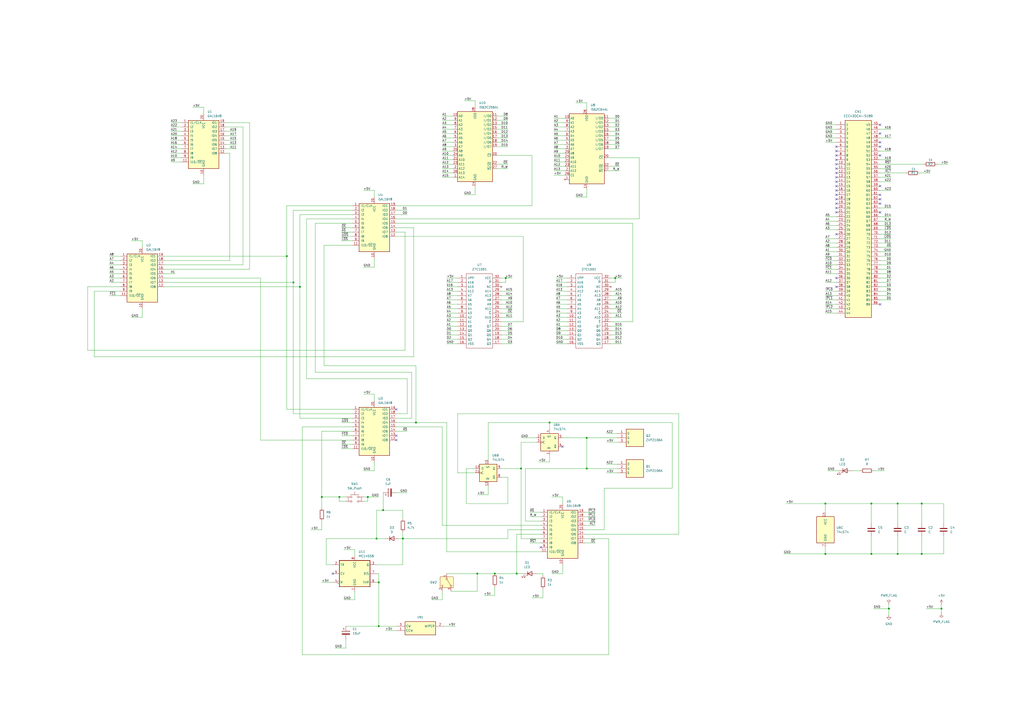
<source format=kicad_sch>
(kicad_sch (version 20231120) (generator "eeschema") (generator_version "8.0")
  (paper "A2")
  (title_block (title "Action Replay III remake") (date "2024-07-11") (comment 1 "By na103"))
  (junction (at 515.62 353.06))
  (junction (at 520.7 321.31))
  (junction (at 299.72 332.74))
  (junction (at 218.44 312.42))
  (junction (at 222.25 295.91))
  (junction (at 186.69 288.29))
  (junction (at 233.68 312.42))
  (junction (at 318.77 245.11))
  (junction (at 302.26 271.78))
  (junction (at 478.79 292.1))
  (junction (at 241.3 245.11))
  (junction (at 534.67 321.31))
  (junction (at 170.18 163.83))
  (junction (at 219.71 363.22))
  (junction (at 546.1 353.06))
  (junction (at 287.02 332.74))
  (junction (at 505.46 321.31))
  (junction (at 505.46 292.1))
  (junction (at 173.99 166.37))
  (junction (at 534.67 292.1))
  (junction (at 478.79 321.31))
  (junction (at 219.71 337.82))
  (junction (at 276.86 332.74))
  (junction (at 293.37 161.29))
  (junction (at 196.85 288.29))
  (junction (at 520.7 292.1))
  (junction (at 340.36 254))
  (junction (at 213.36 288.29))
  (junction (at 356.87 161.29))
  (junction (at 340.36 271.78))
  (junction (at 166.37 148.59))
  (no_connect (at 510.54 90.17))
  (no_connect (at 510.54 82.55))
  (no_connect (at 510.54 115.57))
  (no_connect (at 229.87 252.73))
  (no_connect (at 485.14 113.03))
  (no_connect (at 485.14 135.89))
  (no_connect (at 485.14 105.41))
  (no_connect (at 229.87 237.49))
  (no_connect (at 485.14 92.71))
  (no_connect (at 313.69 317.5))
  (no_connect (at 510.54 118.11))
  (no_connect (at 485.14 118.11))
  (no_connect (at 485.14 123.19))
  (no_connect (at 485.14 102.87))
  (no_connect (at 510.54 176.53))
  (no_connect (at 485.14 87.63))
  (no_connect (at 193.04 332.74))
  (no_connect (at 485.14 107.95))
  (no_connect (at 485.14 166.37))
  (no_connect (at 510.54 107.95))
  (no_connect (at 510.54 77.47))
  (no_connect (at 326.39 259.08))
  (no_connect (at 485.14 161.29))
  (no_connect (at 485.14 95.25))
  (no_connect (at 485.14 85.09))
  (no_connect (at 485.14 100.33))
  (no_connect (at 510.54 72.39))
  (no_connect (at 229.87 255.27))
  (no_connect (at 510.54 85.09))
  (no_connect (at 510.54 113.03))
  (no_connect (at 510.54 123.19))
  (no_connect (at 485.14 90.17))
  (no_connect (at 485.14 115.57))
  (no_connect (at 485.14 97.79))
  (no_connect (at 485.14 110.49))
  (no_connect (at 485.14 120.65))
  (wire (pts (xy 308.61 90.17) (xy 288.29 90.17)))
  (wire (pts (xy 198.12 257.81) (xy 204.47 257.81)))
  (wire (pts (xy 478.79 171.45) (xy 485.14 171.45)))
  (wire (pts (xy 198.12 134.62) (xy 204.47 134.62)))
  (wire (pts (xy 133.35 151.13) (xy 133.35 88.9)))
  (wire (pts (xy 218.44 312.42) (xy 223.52 312.42)))
  (wire (pts (xy 534.67 311.15) (xy 534.67 321.31)))
  (wire (pts (xy 478.79 148.59) (xy 485.14 148.59)))
  (wire (pts (xy 478.79 143.51) (xy 485.14 143.51)))
  (wire (pts (xy 95.25 153.67) (xy 140.97 153.67)))
  (wire (pts (xy 321.31 81.28) (xy 327.66 81.28)))
  (wire (pts (xy 259.08 189.23) (xy 265.43 189.23)))
  (wire (pts (xy 350.52 307.34) (xy 350.52 283.21)))
  (wire (pts (xy 326.39 288.29) (xy 326.39 292.1)))
  (wire (pts (xy 99.06 83.82) (xy 105.41 83.82)))
  (wire (pts (xy 294.64 307.34) (xy 294.64 312.42)))
  (wire (pts (xy 294.64 85.09) (xy 288.29 85.09)))
  (wire (pts (xy 217.17 267.97) (xy 217.17 273.05)))
  (wire (pts (xy 478.79 321.31) (xy 505.46 321.31)))
  (wire (pts (xy 345.44 314.96) (xy 339.09 314.96)))
  (wire (pts (xy 111.76 106.68) (xy 118.11 106.68)))
  (wire (pts (xy 516.89 143.51) (xy 510.54 143.51)))
  (wire (pts (xy 259.08 332.74) (xy 276.86 332.74)))
  (wire (pts (xy 297.18 173.99) (xy 290.83 173.99)))
  (wire (pts (xy 95.25 151.13) (xy 133.35 151.13)))
  (wire (pts (xy 520.7 292.1) (xy 520.7 303.53)))
  (wire (pts (xy 539.75 100.33) (xy 533.4 100.33)))
  (wire (pts (xy 297.18 176.53) (xy 290.83 176.53)))
  (wire (pts (xy 265.43 274.32) (xy 275.59 274.32)))
  (wire (pts (xy 294.64 77.47) (xy 288.29 77.47)))
  (wire (pts (xy 173.99 166.37) (xy 173.99 242.57)))
  (wire (pts (xy 322.58 189.23) (xy 328.93 189.23)))
  (wire (pts (xy 534.67 292.1) (xy 534.67 303.53)))
  (wire (pts (xy 318.77 245.11) (xy 318.77 248.92)))
  (wire (pts (xy 213.36 288.29) (xy 213.36 290.83)))
  (wire (pts (xy 454.66 321.31) (xy 478.79 321.31)))
  (wire (pts (xy 259.08 196.85) (xy 265.43 196.85)))
  (wire (pts (xy 546.1 350.52) (xy 546.1 353.06)))
  (wire (pts (xy 478.79 179.07) (xy 485.14 179.07)))
  (wire (pts (xy 198.12 137.16) (xy 204.47 137.16)))
  (wire (pts (xy 236.22 250.19) (xy 229.87 250.19)))
  (wire (pts (xy 99.06 76.2) (xy 105.41 76.2)))
  (wire (pts (xy 370.84 127) (xy 370.84 91.44)))
  (wire (pts (xy 196.85 290.83) (xy 200.66 290.83)))
  (wire (pts (xy 516.89 125.73) (xy 510.54 125.73)))
  (wire (pts (xy 350.52 283.21) (xy 389.89 283.21)))
  (wire (pts (xy 294.64 67.31) (xy 288.29 67.31)))
  (wire (pts (xy 210.82 228.6) (xy 217.17 228.6)))
  (wire (pts (xy 101.6 158.75) (xy 95.25 158.75)))
  (wire (pts (xy 229.87 132.08) (xy 240.03 132.08)))
  (wire (pts (xy 297.18 168.91) (xy 290.83 168.91)))
  (wire (pts (xy 256.54 85.09) (xy 262.89 85.09)))
  (wire (pts (xy 259.08 176.53) (xy 265.43 176.53)))
  (wire (pts (xy 259.08 184.15) (xy 265.43 184.15)))
  (wire (pts (xy 345.44 297.18) (xy 339.09 297.18)))
  (wire (pts (xy 516.89 148.59) (xy 510.54 148.59)))
  (wire (pts (xy 50.8 203.2) (xy 50.8 166.37)))
  (wire (pts (xy 95.25 161.29) (xy 151.13 161.29)))
  (wire (pts (xy 259.08 245.11) (xy 241.3 245.11)))
  (wire (pts (xy 205.74 318.77) (xy 205.74 322.58)))
  (wire (pts (xy 256.54 82.55) (xy 262.89 82.55)))
  (wire (pts (xy 313.69 312.42) (xy 302.26 312.42)))
  (wire (pts (xy 210.82 154.94) (xy 217.17 154.94)))
  (wire (pts (xy 63.5 161.29) (xy 69.85 161.29)))
  (wire (pts (xy 516.89 140.97) (xy 510.54 140.97)))
  (wire (pts (xy 259.08 191.77) (xy 265.43 191.77)))
  (wire (pts (xy 297.18 181.61) (xy 290.83 181.61)))
  (wire (pts (xy 213.36 288.29) (xy 219.71 288.29)))
  (wire (pts (xy 236.22 124.46) (xy 229.87 124.46)))
  (wire (pts (xy 256.54 102.87) (xy 262.89 102.87)))
  (wire (pts (xy 360.68 189.23) (xy 354.33 189.23)))
  (wire (pts (xy 259.08 161.29) (xy 265.43 161.29)))
  (wire (pts (xy 294.64 95.25) (xy 288.29 95.25)))
  (wire (pts (xy 516.89 135.89) (xy 510.54 135.89)))
  (wire (pts (xy 513.08 273.05) (xy 506.73 273.05)))
  (wire (pts (xy 241.3 212.09) (xy 187.96 212.09)))
  (wire (pts (xy 478.79 156.21) (xy 485.14 156.21)))
  (wire (pts (xy 137.16 83.82) (xy 130.81 83.82)))
  (wire (pts (xy 177.8 219.71) (xy 236.22 219.71)))
  (wire (pts (xy 478.79 77.47) (xy 485.14 77.47)))
  (wire (pts (xy 187.96 212.09) (xy 187.96 142.24)))
  (wire (pts (xy 99.06 81.28) (xy 105.41 81.28)))
  (wire (pts (xy 478.79 151.13) (xy 485.14 151.13)))
  (wire (pts (xy 478.79 292.1) (xy 478.79 297.18)))
  (wire (pts (xy 478.79 140.97) (xy 485.14 140.97)))
  (wire (pts (xy 516.89 146.05) (xy 510.54 146.05)))
  (wire (pts (xy 256.54 100.33) (xy 262.89 100.33)))
  (wire (pts (xy 256.54 87.63) (xy 262.89 87.63)))
  (wire (pts (xy 256.54 69.85) (xy 262.89 69.85)))
  (wire (pts (xy 308.61 119.38) (xy 308.61 90.17)))
  (wire (pts (xy 393.7 309.88) (xy 393.7 240.03)))
  (wire (pts (xy 353.06 379.73) (xy 175.26 379.73)))
  (wire (pts (xy 314.96 334.01) (xy 314.96 332.74)))
  (wire (pts (xy 217.17 110.49) (xy 217.17 114.3)))
  (wire (pts (xy 314.96 332.74) (xy 311.15 332.74)))
  (wire (pts (xy 515.62 353.06) (xy 515.62 356.87)))
  (wire (pts (xy 302.26 256.54) (xy 311.15 256.54)))
  (wire (pts (xy 297.18 194.31) (xy 290.83 194.31)))
  (wire (pts (xy 516.89 173.99) (xy 510.54 173.99)))
  (wire (pts (xy 505.46 321.31) (xy 505.46 311.15)))
  (wire (pts (xy 222.25 285.75) (xy 222.25 295.91)))
  (wire (pts (xy 95.25 166.37) (xy 173.99 166.37)))
  (wire (pts (xy 297.18 191.77) (xy 290.83 191.77)))
  (wire (pts (xy 322.58 179.07) (xy 328.93 179.07)))
  (wire (pts (xy 236.22 285.75) (xy 229.87 285.75)))
  (wire (pts (xy 99.06 91.44) (xy 105.41 91.44)))
  (wire (pts (xy 510.54 95.25) (xy 535.94 95.25)))
  (wire (pts (xy 210.82 110.49) (xy 217.17 110.49)))
  (wire (pts (xy 200.66 363.22) (xy 219.71 363.22)))
  (wire (pts (xy 546.1 353.06) (xy 546.1 355.6)))
  (wire (pts (xy 240.03 132.08) (xy 240.03 207.01)))
  (wire (pts (xy 233.68 308.61) (xy 233.68 312.42)))
  (wire (pts (xy 351.79 269.24) (xy 358.14 269.24)))
  (wire (pts (xy 63.5 153.67) (xy 69.85 153.67)))
  (wire (pts (xy 389.89 245.11) (xy 318.77 245.11)))
  (wire (pts (xy 198.12 252.73) (xy 204.47 252.73)))
  (wire (pts (xy 478.79 82.55) (xy 485.14 82.55)))
  (wire (pts (xy 287.02 332.74) (xy 276.86 332.74)))
  (wire (pts (xy 287.02 340.36) (xy 287.02 345.44)))
  (wire (pts (xy 321.31 93.98) (xy 327.66 93.98)))
  (wire (pts (xy 321.31 96.52) (xy 327.66 96.52)))
  (wire (pts (xy 322.58 191.77) (xy 328.93 191.77)))
  (wire (pts (xy 118.11 62.23) (xy 118.11 66.04)))
  (wire (pts (xy 218.44 327.66) (xy 233.68 327.66)))
  (wire (pts (xy 229.87 137.16) (xy 303.53 137.16)))
  (wire (pts (xy 210.82 273.05) (xy 217.17 273.05)))
  (wire (pts (xy 321.31 91.44) (xy 327.66 91.44)))
  (wire (pts (xy 360.68 179.07) (xy 354.33 179.07)))
  (wire (pts (xy 261.62 342.9) (xy 276.86 342.9)))
  (wire (pts (xy 360.68 181.61) (xy 354.33 181.61)))
  (wire (pts (xy 302.26 312.42) (xy 302.26 271.78)))
  (wire (pts (xy 356.87 161.29) (xy 354.33 161.29)))
  (wire (pts (xy 259.08 186.69) (xy 265.43 186.69)))
  (wire (pts (xy 516.89 110.49) (xy 510.54 110.49)))
  (wire (pts (xy 297.18 179.07) (xy 290.83 179.07)))
  (wire (pts (xy 182.88 215.9) (xy 238.76 215.9)))
  (wire (pts (xy 505.46 321.31) (xy 520.7 321.31)))
  (wire (pts (xy 238.76 242.57) (xy 229.87 242.57)))
  (wire (pts (xy 339.09 307.34) (xy 350.52 307.34)))
  (wire (pts (xy 219.71 363.22) (xy 229.87 363.22)))
  (wire (pts (xy 478.79 74.93) (xy 485.14 74.93)))
  (wire (pts (xy 186.69 250.19) (xy 186.69 288.29)))
  (wire (pts (xy 259.08 181.61) (xy 265.43 181.61)))
  (wire (pts (xy 95.25 156.21) (xy 144.78 156.21)))
  (wire (pts (xy 290.83 276.86) (xy 294.64 276.86)))
  (wire (pts (xy 270.51 271.78) (xy 275.59 271.78)))
  (wire (pts (xy 275.59 107.95) (xy 275.59 113.03)))
  (wire (pts (xy 322.58 173.99) (xy 328.93 173.99)))
  (wire (pts (xy 275.59 58.42) (xy 275.59 62.23)))
  (wire (pts (xy 478.79 158.75) (xy 485.14 158.75)))
  (wire (pts (xy 218.44 312.42) (xy 189.23 312.42)))
  (wire (pts (xy 345.44 302.26) (xy 339.09 302.26)))
  (wire (pts (xy 516.89 102.87) (xy 510.54 102.87)))
  (wire (pts (xy 54.61 168.91) (xy 69.85 168.91)))
  (wire (pts (xy 534.67 321.31) (xy 520.7 321.31)))
  (wire (pts (xy 322.58 171.45) (xy 328.93 171.45)))
  (wire (pts (xy 151.13 255.27) (xy 204.47 255.27)))
  (wire (pts (xy 177.8 127) (xy 177.8 219.71)))
  (wire (pts (xy 302.26 271.78) (xy 302.26 256.54)))
  (wire (pts (xy 516.89 105.41) (xy 510.54 105.41)))
  (wire (pts (xy 82.55 179.07) (xy 82.55 184.15)))
  (wire (pts (xy 478.79 133.35) (xy 485.14 133.35)))
  (wire (pts (xy 360.68 194.31) (xy 354.33 194.31)))
  (wire (pts (xy 367.03 186.69) (xy 354.33 186.69)))
  (wire (pts (xy 307.34 299.72) (xy 313.69 299.72)))
  (wire (pts (xy 99.06 86.36) (xy 105.41 86.36)))
  (wire (pts (xy 63.5 148.59) (xy 69.85 148.59)))
  (wire (pts (xy 334.01 59.69) (xy 340.36 59.69)))
  (wire (pts (xy 264.16 363.22) (xy 257.81 363.22)))
  (wire (pts (xy 205.74 342.9) (xy 205.74 347.98)))
  (wire (pts (xy 294.64 82.55) (xy 288.29 82.55)))
  (wire (pts (xy 204.47 121.92) (xy 170.18 121.92)))
  (wire (pts (xy 229.87 247.65) (xy 256.54 247.65)))
  (wire (pts (xy 478.79 163.83) (xy 485.14 163.83)))
  (wire (pts (xy 217.17 149.86) (xy 217.17 154.94)))
  (wire (pts (xy 516.89 80.01) (xy 510.54 80.01)))
  (wire (pts (xy 549.91 95.25) (xy 543.56 95.25)))
  (wire (pts (xy 302.26 254) (xy 311.15 254)))
  (wire (pts (xy 137.16 86.36) (xy 130.81 86.36)))
  (wire (pts (xy 360.68 184.15) (xy 354.33 184.15)))
  (wire (pts (xy 218.44 337.82) (xy 219.71 337.82)))
  (wire (pts (xy 303.53 186.69) (xy 290.83 186.69)))
  (wire (pts (xy 76.2 139.7) (xy 82.55 139.7)))
  (wire (pts (xy 213.36 288.29) (xy 210.82 288.29)))
  (wire (pts (xy 360.68 176.53) (xy 354.33 176.53)))
  (wire (pts (xy 322.58 199.39) (xy 328.93 199.39)))
  (wire (pts (xy 313.69 307.34) (xy 294.64 307.34)))
  (wire (pts (xy 359.41 81.28) (xy 353.06 81.28)))
  (wire (pts (xy 340.36 109.22) (xy 340.36 114.3)))
  (wire (pts (xy 359.41 83.82) (xy 353.06 83.82)))
  (wire (pts (xy 478.79 72.39) (xy 485.14 72.39)))
  (wire (pts (xy 173.99 242.57) (xy 204.47 242.57)))
  (wire (pts (xy 534.67 292.1) (xy 547.37 292.1)))
  (wire (pts (xy 82.55 139.7) (xy 82.55 143.51)))
  (wire (pts (xy 170.18 163.83) (xy 170.18 240.03)))
  (wire (pts (xy 294.64 69.85) (xy 288.29 69.85)))
  (wire (pts (xy 294.64 97.79) (xy 288.29 97.79)))
  (wire (pts (xy 151.13 161.29) (xy 151.13 255.27)))
  (wire (pts (xy 318.77 264.16) (xy 318.77 267.97)))
  (wire (pts (xy 137.16 76.2) (xy 130.81 76.2)))
  (wire (pts (xy 270.51 292.1) (xy 270.51 271.78)))
  (wire (pts (xy 480.06 273.05) (xy 486.41 273.05)))
  (wire (pts (xy 294.64 292.1) (xy 270.51 292.1)))
  (wire (pts (xy 256.54 304.8) (xy 313.69 304.8)))
  (wire (pts (xy 233.68 312.42) (xy 294.64 312.42)))
  (wire (pts (xy 198.12 132.08) (xy 204.47 132.08)))
  (wire (pts (xy 334.01 114.3) (xy 340.36 114.3)))
  (wire (pts (xy 506.73 353.06) (xy 515.62 353.06)))
  (wire (pts (xy 50.8 166.37) (xy 69.85 166.37)))
  (wire (pts (xy 516.89 158.75) (xy 510.54 158.75)))
  (wire (pts (xy 256.54 77.47) (xy 262.89 77.47)))
  (wire (pts (xy 297.18 189.23) (xy 290.83 189.23)))
  (wire (pts (xy 322.58 168.91) (xy 328.93 168.91)))
  (wire (pts (xy 256.54 90.17) (xy 262.89 90.17)))
  (wire (pts (xy 299.72 309.88) (xy 299.72 332.74)))
  (wire (pts (xy 516.89 153.67) (xy 510.54 153.67)))
  (wire (pts (xy 303.53 332.74) (xy 299.72 332.74)))
  (wire (pts (xy 356.87 163.83) (xy 356.87 161.29)))
  (wire (pts (xy 233.68 300.99) (xy 233.68 295.91)))
  (wire (pts (xy 322.58 176.53) (xy 328.93 176.53)))
  (wire (pts (xy 166.37 119.38) (xy 204.47 119.38)))
  (wire (pts (xy 297.18 184.15) (xy 290.83 184.15)))
  (wire (pts (xy 322.58 184.15) (xy 328.93 184.15)))
  (wire (pts (xy 198.12 260.35) (xy 204.47 260.35)))
  (wire (pts (xy 283.21 266.7) (xy 283.21 245.11)))
  (wire (pts (xy 389.89 283.21) (xy 389.89 245.11)))
  (wire (pts (xy 537.21 353.06) (xy 546.1 353.06)))
  (wire (pts (xy 137.16 78.74) (xy 130.81 78.74)))
  (wire (pts (xy 326.39 327.66) (xy 326.39 332.74)))
  (wire (pts (xy 494.03 273.05) (xy 499.11 273.05)))
  (wire (pts (xy 307.34 314.96) (xy 313.69 314.96)))
  (wire (pts (xy 322.58 186.69) (xy 328.93 186.69)))
  (wire (pts (xy 478.79 153.67) (xy 485.14 153.67)))
  (wire (pts (xy 345.44 304.8) (xy 339.09 304.8)))
  (wire (pts (xy 516.89 156.21) (xy 510.54 156.21)))
  (wire (pts (xy 478.79 181.61) (xy 485.14 181.61)))
  (wire (pts (xy 166.37 119.38) (xy 166.37 148.59)))
  (wire (pts (xy 359.41 78.74) (xy 353.06 78.74)))
  (wire (pts (xy 217.17 228.6) (xy 217.17 232.41)))
  (wire (pts (xy 312.42 267.97) (xy 318.77 267.97)))
  (wire (pts (xy 198.12 245.11) (xy 204.47 245.11)))
  (wire (pts (xy 238.76 215.9) (xy 238.76 242.57)))
  (wire (pts (xy 219.71 337.82) (xy 219.71 363.22)))
  (wire (pts (xy 293.37 161.29) (xy 290.83 161.29)))
  (wire (pts (xy 478.79 173.99) (xy 485.14 173.99)))
  (wire (pts (xy 166.37 148.59) (xy 166.37 237.49)))
  (wire (pts (xy 229.87 129.54) (xy 367.03 129.54)))
  (wire (pts (xy 218.44 295.91) (xy 218.44 312.42)))
  (wire (pts (xy 140.97 73.66) (xy 130.81 73.66)))
  (wire (pts (xy 339.09 312.42) (xy 353.06 312.42)))
  (wire (pts (xy 359.41 99.06) (xy 353.06 99.06)))
  (wire (pts (xy 322.58 166.37) (xy 328.93 166.37)))
  (wire (pts (xy 321.31 99.06) (xy 327.66 99.06)))
  (wire (pts (xy 63.5 171.45) (xy 69.85 171.45)))
  (wire (pts (xy 259.08 166.37) (xy 265.43 166.37)))
  (wire (pts (xy 256.54 72.39) (xy 262.89 72.39)))
  (wire (pts (xy 297.18 161.29) (xy 293.37 161.29)))
  (wire (pts (xy 175.26 247.65) (xy 204.47 247.65)))
  (wire (pts (xy 370.84 91.44) (xy 353.06 91.44)))
  (wire (pts (xy 99.06 93.98) (xy 105.41 93.98)))
  (wire (pts (xy 505.46 292.1) (xy 505.46 303.53)))
  (wire (pts (xy 256.54 74.93) (xy 262.89 74.93)))
  (wire (pts (xy 351.79 256.54) (xy 358.14 256.54)))
  (wire (pts (xy 199.39 318.77) (xy 205.74 318.77)))
  (wire (pts (xy 321.31 88.9) (xy 327.66 88.9)))
  (wire (pts (xy 322.58 163.83) (xy 328.93 163.83)))
  (wire (pts (xy 313.69 302.26) (xy 304.8 302.26)))
  (wire (pts (xy 269.24 58.42) (xy 275.59 58.42)))
  (wire (pts (xy 478.79 168.91) (xy 485.14 168.91)))
  (wire (pts (xy 547.37 321.31) (xy 534.67 321.31)))
  (wire (pts (xy 321.31 71.12) (xy 327.66 71.12)))
  (wire (pts (xy 95.25 163.83) (xy 170.18 163.83)))
  (wire (pts (xy 516.89 120.65) (xy 510.54 120.65)))
  (wire (pts (xy 133.35 88.9) (xy 130.81 88.9)))
  (wire (pts (xy 367.03 129.54) (xy 367.03 186.69)))
  (wire (pts (xy 111.76 62.23) (xy 118.11 62.23)))
  (wire (pts (xy 186.69 337.82) (xy 193.04 337.82)))
  (wire (pts (xy 516.89 128.27) (xy 510.54 128.27)))
  (wire (pts (xy 299.72 332.74) (xy 287.02 332.74)))
  (wire (pts (xy 186.69 288.29) (xy 196.85 288.29)))
  (wire (pts (xy 265.43 240.03) (xy 265.43 274.32)))
  (wire (pts (xy 240.03 207.01) (xy 54.61 207.01)))
  (wire (pts (xy 54.61 207.01) (xy 54.61 168.91)))
  (wire (pts (xy 204.47 127) (xy 177.8 127)))
  (wire (pts (xy 186.69 302.26) (xy 186.69 307.34)))
  (wire (pts (xy 99.06 71.12) (xy 105.41 71.12)))
  (wire (pts (xy 359.41 96.52) (xy 353.06 96.52)))
  (wire (pts (xy 118.11 101.6) (xy 118.11 106.68)))
  (wire (pts (xy 233.68 295.91) (xy 222.25 295.91)))
  (wire (pts (xy 182.88 129.54) (xy 182.88 215.9)))
  (wire (pts (xy 204.47 250.19) (xy 186.69 250.19)))
  (wire (pts (xy 198.12 139.7) (xy 204.47 139.7)))
  (wire (pts (xy 234.95 203.2) (xy 50.8 203.2)))
  (wire (pts (xy 259.08 171.45) (xy 265.43 171.45)))
  (wire (pts (xy 294.64 80.01) (xy 288.29 80.01)))
  (wire (pts (xy 166.37 237.49) (xy 204.47 237.49)))
  (wire (pts (xy 354.33 163.83) (xy 356.87 163.83)))
  (wire (pts (xy 516.89 168.91) (xy 510.54 168.91)))
  (wire (pts (xy 547.37 311.15) (xy 547.37 321.31)))
  (wire (pts (xy 455.93 292.1) (xy 478.79 292.1)))
  (wire (pts (xy 63.5 158.75) (xy 69.85 158.75)))
  (wire (pts (xy 340.36 271.78) (xy 340.36 254)))
  (wire (pts (xy 478.79 146.05) (xy 485.14 146.05)))
  (wire (pts (xy 516.89 133.35) (xy 510.54 133.35)))
  (wire (pts (xy 478.79 80.01) (xy 485.14 80.01)))
  (wire (pts (xy 144.78 71.12) (xy 130.81 71.12)))
  (wire (pts (xy 478.79 125.73) (xy 485.14 125.73)))
  (wire (pts (xy 478.79 138.43) (xy 485.14 138.43)))
  (wire (pts (xy 186.69 288.29) (xy 186.69 294.64)))
  (wire (pts (xy 196.85 288.29) (xy 200.66 288.29)))
  (wire (pts (xy 283.21 281.94) (xy 283.21 287.02)))
  (wire (pts (xy 516.89 97.79) (xy 510.54 97.79)))
  (wire (pts (xy 259.08 245.11) (xy 259.08 320.04)))
  (wire (pts (xy 256.54 247.65) (xy 256.54 304.8)))
  (wire (pts (xy 297.18 199.39) (xy 290.83 199.39)))
  (wire (pts (xy 236.22 121.92) (xy 229.87 121.92)))
  (wire (pts (xy 293.37 163.83) (xy 293.37 161.29)))
  (wire (pts (xy 229.87 119.38) (xy 308.61 119.38)))
  (wire (pts (xy 360.68 191.77) (xy 354.33 191.77)))
  (wire (pts (xy 516.89 171.45) (xy 510.54 171.45)))
  (wire (pts (xy 307.34 297.18) (xy 313.69 297.18)))
  (wire (pts (xy 520.7 321.31) (xy 520.7 311.15)))
  (wire (pts (xy 194.31 375.92) (xy 200.66 375.92)))
  (wire (pts (xy 520.7 292.1) (xy 534.67 292.1)))
  (wire (pts (xy 339.09 309.88) (xy 393.7 309.88)))
  (wire (pts (xy 204.47 129.54) (xy 182.88 129.54)))
  (wire (pts (xy 144.78 156.21) (xy 144.78 71.12)))
  (wire (pts (xy 229.87 245.11) (xy 241.3 245.11)))
  (wire (pts (xy 478.79 176.53) (xy 485.14 176.53)))
  (wire (pts (xy 256.54 67.31) (xy 262.89 67.31)))
  (wire (pts (xy 359.41 76.2) (xy 353.06 76.2)))
  (wire (pts (xy 360.68 171.45) (xy 354.33 171.45)))
  (wire (pts (xy 199.39 347.98) (xy 205.74 347.98)))
  (wire (pts (xy 196.85 288.29) (xy 196.85 290.83)))
  (wire (pts (xy 256.54 80.01) (xy 262.89 80.01)))
  (wire (pts (xy 189.23 312.42) (xy 189.23 327.66)))
  (wire (pts (xy 505.46 292.1) (xy 520.7 292.1)))
  (wire (pts (xy 393.7 240.03) (xy 265.43 240.03)))
  (wire (pts (xy 290.83 163.83) (xy 293.37 163.83)))
  (wire (pts (xy 259.08 168.91) (xy 265.43 168.91)))
  (wire (pts (xy 259.08 320.04) (xy 313.69 320.04)))
  (wire (pts (xy 351.79 274.32) (xy 358.14 274.32)))
  (wire (pts (xy 231.14 312.42) (xy 233.68 312.42)))
  (wire (pts (xy 313.69 309.88) (xy 299.72 309.88)))
  (wire (pts (xy 229.87 127) (xy 370.84 127)))
  (wire (pts (xy 259.08 163.83) (xy 265.43 163.83)))
  (wire (pts (xy 321.31 83.82) (xy 327.66 83.82)))
  (wire (pts (xy 297.18 196.85) (xy 290.83 196.85)))
  (wire (pts (xy 218.44 332.74) (xy 219.71 332.74)))
  (wire (pts (xy 360.68 199.39) (xy 354.33 199.39)))
  (wire (pts (xy 276.86 287.02) (xy 283.21 287.02)))
  (wire (pts (xy 189.23 327.66) (xy 193.04 327.66)))
  (wire (pts (xy 353.06 312.42) (xy 353.06 379.73)))
  (wire (pts (xy 175.26 379.73) (xy 175.26 247.65)))
  (wire (pts (xy 308.61 346.71) (xy 314.96 346.71)))
  (wire (pts (xy 304.8 302.26) (xy 304.8 271.78)))
  (wire (pts (xy 76.2 184.15) (xy 82.55 184.15)))
  (wire (pts (xy 283.21 245.11) (xy 318.77 245.11)))
  (wire (pts (xy 345.44 299.72) (xy 339.09 299.72)))
  (wire (pts (xy 322.58 181.61) (xy 328.93 181.61)))
  (wire (pts (xy 180.34 307.34) (xy 186.69 307.34)))
  (wire (pts (xy 187.96 142.24) (xy 204.47 142.24)))
  (wire (pts (xy 478.79 128.27) (xy 485.14 128.27)))
  (wire (pts (xy 222.25 295.91) (xy 218.44 295.91)))
  (wire (pts (xy 170.18 121.92) (xy 170.18 163.83)))
  (wire (pts (xy 516.89 138.43) (xy 510.54 138.43)))
  (wire (pts (xy 250.19 347.98) (xy 256.54 347.98)))
  (wire (pts (xy 294.64 72.39) (xy 288.29 72.39)))
  (wire (pts (xy 515.62 350.52) (xy 515.62 353.06)))
  (wire (pts (xy 340.36 59.69) (xy 340.36 63.5)))
  (wire (pts (xy 236.22 219.71) (xy 236.22 240.03)))
  (wire (pts (xy 236.22 240.03) (xy 229.87 240.03)))
  (wire (pts (xy 276.86 332.74) (xy 276.86 342.9)))
  (wire (pts (xy 63.5 163.83) (xy 69.85 163.83)))
  (wire (pts (xy 294.64 276.86) (xy 294.64 292.1)))
  (wire (pts (xy 360.68 196.85) (xy 354.33 196.85)))
  (wire (pts (xy 259.08 194.31) (xy 265.43 194.31)))
  (wire (pts (xy 173.99 124.46) (xy 173.99 166.37)))
  (wire (pts (xy 303.53 137.16) (xy 303.53 186.69)))
  (wire (pts (xy 297.18 171.45) (xy 290.83 171.45)))
  (wire (pts (xy 320.04 332.74) (xy 326.39 332.74)))
  (wire (pts (xy 259.08 179.07) (xy 265.43 179.07)))
  (wire (pts (xy 259.08 199.39) (xy 265.43 199.39)))
  (wire (pts (xy 269.24 113.03) (xy 275.59 113.03)))
  (wire (pts (xy 95.25 148.59) (xy 166.37 148.59)))
  (wire (pts (xy 340.36 271.78) (xy 358.14 271.78)))
  (wire (pts (xy 360.68 173.99) (xy 354.33 173.99)))
  (wire (pts (xy 360.68 168.91) (xy 354.33 168.91)))
  (wire (pts (xy 256.54 92.71) (xy 262.89 92.71)))
  (wire (pts (xy 478.79 292.1) (xy 505.46 292.1)))
  (wire (pts (xy 516.89 163.83) (xy 510.54 163.83)))
  (wire (pts (xy 290.83 271.78) (xy 302.26 271.78)))
  (wire (pts (xy 321.31 68.58) (xy 327.66 68.58)))
  (wire (pts (xy 516.89 166.37) (xy 510.54 166.37)))
  (wire (pts (xy 234.95 134.62) (xy 234.95 203.2)))
  (wire (pts (xy 99.06 78.74) (xy 105.41 78.74)))
  (wire (pts (xy 516.89 87.63) (xy 510.54 87.63)))
  (wire (pts (xy 137.16 81.28) (xy 130.81 81.28)))
  (wire (pts (xy 326.39 254) (xy 340.36 254)))
  (wire (pts (xy 359.41 68.58) (xy 353.06 68.58)))
  (wire (pts (xy 516.89 74.93) (xy 510.54 74.93)))
  (wire (pts (xy 478.79 321.31) (xy 478.79 317.5)))
  (wire (pts (xy 256.54 342.9) (xy 256.54 347.98)))
  (wire (pts (xy 223.52 365.76) (xy 229.87 365.76)))
  (wire (pts (xy 200.66 370.84) (xy 200.66 375.92)))
  (wire (pts (xy 229.87 134.62) (xy 234.95 134.62)))
  (wire (pts (xy 516.89 130.81) (xy 510.54 130.81)))
  (wire (pts (xy 510.54 100.33) (xy 525.78 100.33)))
  (wire (pts (xy 140.97 153.67) (xy 140.97 73.66)))
  (wire (pts (xy 359.41 71.12) (xy 353.06 71.12)))
  (wire (pts (xy 99.06 73.66) (xy 105.41 73.66)))
  (wire (pts (xy 280.67 345.44) (xy 287.02 345.44)))
  (wire (pts (xy 322.58 194.31) (xy 328.93 194.31)))
  (wire (pts (xy 304.8 271.78) (xy 340.36 271.78)))
  (wire (pts (xy 516.89 92.71) (xy 510.54 92.71)))
  (wire (pts (xy 322.58 196.85) (xy 328.93 196.85)))
  (wire (pts (xy 241.3 245.11) (xy 241.3 212.09)))
  (wire (pts (xy 99.06 88.9) (xy 105.41 88.9)))
  (wire (pts (xy 233.68 327.66) (xy 233.68 312.42)))
  (wire (pts (xy 314.96 341.63) (xy 314.96 346.71)))
  (wire (pts (xy 321.31 101.6) (xy 327.66 101.6)))
  (wire (pts (xy 340.36 254) (xy 358.14 254)))
  (wire (pts (xy 321.31 78.74) (xy 327.66 78.74)))
  (wire (pts (xy 321.31 73.66) (xy 327.66 73.66)))
  (wire (pts (xy 478.79 130.81) (xy 485.14 130.81)))
  (wire (pts (xy 321.31 76.2) (xy 327.66 76.2)))
  (wire (pts (xy 359.41 73.66) (xy 353.06 73.66)))
  (wire (pts (xy 516.89 161.29) (xy 510.54 161.29)))
  (wire (pts (xy 516.89 151.13) (xy 510.54 151.13)))
  (wire (pts (xy 294.64 74.93) (xy 288.29 74.93)))
  (wire (pts (xy 63.5 156.21) (xy 69.85 156.21)))
  (wire (pts (xy 204.47 124.46) (xy 173.99 124.46)))
  (wire (pts (xy 170.18 240.03) (xy 204.47 240.03)))
  (wire (pts (xy 547.37 292.1) (xy 547.37 303.53)))
  (wire (pts (xy 351.79 251.46) (xy 358.14 251.46)))
  (wire (pts (xy 219.71 332.74) (xy 219.71 337.82)))
  (wire (pts (xy 213.36 290.83) (xy 210.82 290.83)))
  (wire (pts (xy 360.68 161.29) (xy 356.87 161.29)))
  (wire (pts (xy 359.41 86.36) (xy 353.06 86.36)))
  (wire (pts (xy 322.58 161.29) (xy 328.93 161.29)))
  (wire (pts (xy 256.54 95.25) (xy 262.89 95.25)))
  (wire (pts (xy 256.54 97.79) (xy 262.89 97.79)))
  (wire (pts (xy 63.5 151.13) (xy 69.85 151.13)))
  (wire (pts (xy 259.08 173.99) (xy 265.43 173.99)))
  (wire (pts (xy 321.31 86.36) (xy 327.66 86.36)))
  (wire (pts (xy 320.04 288.29) (xy 326.39 288.29)))
  (label "A11" (at 256.54 92.71 0))
  (label "A13" (at 137.16 83.82 180))
  (label "D11" (at 516.89 140.97 180))
  (label "+5V" (at 111.76 62.23 0))
  (label "+5V" (at 180.34 307.34 0))
  (label "A15" (at 478.79 181.61 0))
  (label "A16" (at 322.58 166.37 0))
  (label "D2" (at 359.41 73.66 180))
  (label "+5V" (at 513.08 273.05 180))
  (label "A3" (at 321.31 73.66 0))
  (label "D12" (at 294.64 77.47 180))
  (label "A4" (at 322.58 181.61 0))
  (label "~{FC0}" (at 478.79 151.13 0))
  (label "D4" (at 516.89 171.45 180))
  (label "+5V" (at 210.82 228.6 0))
  (label "A14" (at 360.68 171.45 180))
  (label "D1" (at 359.41 71.12 180))
  (label "A6" (at 478.79 130.81 0))
  (label "D9" (at 516.89 153.67 180))
  (label "A13" (at 259.08 168.91 0))
  (label "~{IPL1}" (at 345.44 299.72 180))
  (label "A15" (at 256.54 102.87 0))
  (label "GND" (at 454.66 321.31 0))
  (label "D1" (at 236.22 121.92 180))
  (label "GND" (at 320.04 332.74 0))
  (label "~{IPL0}" (at 478.79 168.91 0))
  (label "+5V" (at 334.01 59.69 0))
  (label "~{UDS}" (at 516.89 138.43 180))
  (label "R_W" (at 359.41 99.06 180))
  (label "~{OE}" (at 294.64 95.25 180))
  (label "D7" (at 359.41 86.36 180))
  (label "A3" (at 478.79 133.35 0))
  (label "A10" (at 256.54 90.17 0))
  (label "A7" (at 256.54 82.55 0))
  (label "A2" (at 321.31 71.12 0))
  (label "GND" (at 194.31 375.92 0))
  (label "A13" (at 256.54 97.79 0))
  (label "D14" (at 516.89 125.73 180))
  (label "+5V" (at 280.67 345.44 0))
  (label "A22" (at 351.79 269.24 0))
  (label "A7" (at 478.79 138.43 0))
  (label "~{AS}" (at 236.22 250.19 180))
  (label "D2" (at 259.08 196.85 0))
  (label "D3" (at 359.41 76.2 180))
  (label "~{RST}" (at 516.89 95.25 180))
  (label "A20" (at 99.06 78.74 0))
  (label "A5" (at 478.79 125.73 0))
  (label "A18" (at 99.06 81.28 0))
  (label "A17" (at 322.58 163.83 0))
  (label "D0" (at 259.08 191.77 0))
  (label "A20" (at 516.89 97.79 180))
  (label "A8" (at 322.58 171.45 0))
  (label "A14" (at 256.54 100.33 0))
  (label "GND" (at 269.24 113.03 0))
  (label "A7" (at 322.58 173.99 0))
  (label "+5V" (at 321.31 101.6 0))
  (label "+5V" (at 276.86 287.02 0))
  (label "A16" (at 99.06 83.82 0))
  (label "R_W" (at 294.64 97.79 180))
  (label "GND" (at 236.22 285.75 180))
  (label "A19" (at 137.16 76.2 180))
  (label "A5" (at 256.54 77.47 0))
  (label "D13" (at 360.68 194.31 180))
  (label "D11" (at 294.64 74.93 180))
  (label "A8" (at 478.79 143.51 0))
  (label "~{IPL1}" (at 478.79 173.99 0))
  (label "A5" (at 322.58 179.07 0))
  (label "~{LDS}" (at 516.89 133.35 180))
  (label "D11" (at 360.68 199.39 180))
  (label "A23" (at 99.06 71.12 0))
  (label "+5V" (at 322.58 161.29 0))
  (label "R_W" (at 307.34 299.72 0))
  (label "+5V" (at 76.2 139.7 0))
  (label "~{HLT}" (at 516.89 100.33 180))
  (label "D6" (at 516.89 168.91 180))
  (label "D15" (at 360.68 189.23 180))
  (label "A6" (at 63.5 156.21 0))
  (label "GND" (at 506.73 353.06 0))
  (label "D5" (at 297.18 194.31 180))
  (label "A13" (at 322.58 168.91 0))
  (label "A1" (at 256.54 67.31 0))
  (label "A7" (at 321.31 83.82 0))
  (label "GND" (at 219.71 288.29 180))
  (label "A9" (at 478.79 148.59 0))
  (label "A6" (at 322.58 176.53 0))
  (label "A22" (at 516.89 105.41 180))
  (label "GND" (at 478.79 74.93 0))
  (label "A4" (at 256.54 74.93 0))
  (label "~{IPL2}" (at 345.44 297.18 180))
  (label "~{FC0}" (at 198.12 252.73 0))
  (label "A23" (at 516.89 110.49 180))
  (label "~{AS}" (at 516.89 143.51 180))
  (label "A1" (at 321.31 68.58 0))
  (label "A10" (at 99.06 91.44 0))
  (label "A12" (at 360.68 179.07 180))
  (label "GND" (at 322.58 199.39 0))
  (label "+5V" (at 199.39 318.77 0))
  (label "D10" (at 294.64 72.39 180))
  (label "D3" (at 516.89 166.37 180))
  (label "A8" (at 321.31 86.36 0))
  (label "D5" (at 359.41 81.28 180))
  (label "A15" (at 360.68 168.91 180))
  (label "+5V" (at 549.91 95.25 180))
  (label "A4" (at 321.31 76.2 0))
  (label "~{OE}" (at 359.41 96.52 180))
  (label "+5V" (at 312.42 267.97 0))
  (label "D7" (at 516.89 163.83 180))
  (label "A11" (at 478.79 158.75 0))
  (label "A8" (at 256.54 85.09 0))
  (label "+5V" (at 455.93 292.1 0))
  (label "A17" (at 137.16 78.74 180))
  (label "A22" (at 99.06 73.66 0))
  (label "+5V" (at 351.79 256.54 0))
  (label "A2" (at 259.08 186.69 0))
  (label "+5V" (at 297.18 161.29 180))
  (label "A1" (at 322.58 189.23 0))
  (label "D13" (at 294.64 80.01 180))
  (label "D15" (at 294.64 85.09 180))
  (label "A2" (at 478.79 140.97 0))
  (label "GND" (at 111.76 106.68 0))
  (label "A12" (at 297.18 179.07 180))
  (label "A2" (at 63.5 163.83 0))
  (label "A9" (at 321.31 88.9 0))
  (label "A18" (at 516.89 87.63 180))
  (label "+5V" (at 210.82 110.49 0))
  (label "~{FC1}" (at 478.79 156.21 0))
  (label "A7" (at 63.5 151.13 0))
  (label "D0" (at 236.22 124.46 180))
  (label "A17" (at 516.89 80.01 180))
  (label "D1" (at 516.89 156.21 180))
  (label "A3" (at 259.08 184.15 0))
  (label "+5V" (at 351.79 274.32 0))
  (label "+5V" (at 360.68 161.29 180))
  (label "D2" (at 516.89 161.29 180))
  (label "A3" (at 322.58 184.15 0))
  (label "A1" (at 259.08 189.23 0))
  (label "A21" (at 516.89 102.87 180))
  (label "~{OE}" (at 198.12 132.08 0))
  (label "A12" (at 321.31 96.52 0))
  (label "A9" (at 297.18 173.99 180))
  (label "A6" (at 256.54 80.01 0))
  (label "A14" (at 478.79 176.53 0))
  (label "D8" (at 516.89 158.75 180))
  (label "~{LDS}" (at 198.12 139.7 0))
  (label "A16" (at 259.08 166.37 0))
  (label "D6" (at 297.18 191.77 180))
  (label "A9" (at 256.54 87.63 0))
  (label "GND" (at 250.19 347.98 0))
  (label "A17" (at 259.08 163.83 0))
  (label "~{AS}" (at 307.34 297.18 0))
  (label "A3" (at 63.5 161.29 0))
  (label "D8" (at 294.64 67.31 180))
  (label "A4" (at 259.08 181.61 0))
  (label "+5V" (at 223.52 365.76 0))
  (label "D13" (at 516.89 130.81 180))
  (label "A7" (at 259.08 173.99 0))
  (label "+5V" (at 537.21 353.06 0))
  (label "A14" (at 297.18 171.45 180))
  (label "A10" (at 360.68 176.53 180))
  (label "A19" (at 516.89 92.71 180))
  (label "A10" (at 321.31 91.44 0))
  (label "A9" (at 360.68 173.99 180))
  (label "A4" (at 478.79 128.27 0))
  (label "~{UDS}" (at 198.12 137.16 0))
  (label "GND" (at 210.82 273.05 0))
  (label "A11" (at 297.18 184.15 180))
  (label "D3" (at 297.18 199.39 180))
  (label "A6" (at 321.31 81.28 0))
  (label "GND" (at 478.79 77.47 0))
  (label "A15" (at 297.18 168.91 180))
  (label "D12" (at 360.68 196.85 180))
  (label "D9" (at 294.64 69.85 180))
  (label "GND" (at 480.06 273.05 0))
  (label "A10" (at 478.79 153.67 0))
  (label "+5V" (at 264.16 363.22 180))
  (label "A22" (at 351.79 251.46 0))
  (label "A5" (at 321.31 78.74 0))
  (label "+5V" (at 539.75 100.33 180))
  (label "GND" (at 478.79 80.01 0))
  (label "+5V" (at 308.61 346.71 0))
  (label "A8" (at 63.5 148.59 0))
  (label "+5V" (at 320.04 288.29 0))
  (label "D10" (at 322.58 196.85 0))
  (label "D8" (at 322.58 191.77 0))
  (label "D1" (at 259.08 194.31 0))
  (label "A6" (at 259.08 176.53 0))
  (label "+5V" (at 186.69 337.82 0))
  (label "D4" (at 359.41 78.74 180))
  (label "D6" (at 359.41 83.82 180))
  (label "GND" (at 259.08 199.39 0))
  (label "D14" (at 360.68 191.77 180))
  (label "A16" (at 516.89 74.93 180))
  (label "A13" (at 478.79 171.45 0))
  (label "D12" (at 516.89 135.89 180))
  (label "~{AS}" (at 198.12 134.62 0))
  (label "~{OE}" (at 297.18 181.61 180))
  (label "A2" (at 256.54 69.85 0))
  (label "A11" (at 137.16 86.36 180))
  (label "A14" (at 99.06 86.36 0))
  (label "A21" (at 99.06 76.2 0))
  (label "~{FC1}" (at 63.5 171.45 0))
  (label "A5" (at 259.08 179.07 0))
  (label "A3" (at 256.54 72.39 0))
  (label "GND" (at 210.82 154.94 0))
  (label "D0" (at 516.89 151.13 180))
  (label "A5" (at 63.5 158.75 0))
  (label "R_W" (at 516.89 128.27 180))
  (label "D10" (at 516.89 148.59 180))
  (label "GND" (at 199.39 347.98 0))
  (label "A1" (at 101.6 158.75 180))
  (label "D4" (at 297.18 196.85 180))
  (label "D7" (at 297.18 189.23 180))
  (label "GND" (at 516.89 146.05 180))
  (label "+5V" (at 259.08 161.29 0))
  (label "D9" (at 322.58 194.31 0))
  (label "A12" (at 99.06 88.9 0))
  (label "A12" (at 256.54 95.25 0))
  (label "D15" (at 516.89 120.65 180))
  (label "GND" (at 302.26 254 0))
  (label "~{OE}" (at 345.44 314.96 180))
  (label "A2" (at 322.58 186.69 0))
  (label "A1" (at 478.79 146.05 0))
  (label "GND" (at 478.79 72.39 0))
  (label "~{OE}" (at 198.12 257.81 0))
  (label "D5" (at 516.89 173.99 180))
  (label "A12" (at 478.79 163.83 0))
  (label "A11" (at 321.31 93.98 0))
  (label "A13" (at 321.31 99.06 0))
  (label "+5V" (at 478.79 82.55 0))
  (label "~{IPL0}" (at 345.44 302.26 180))
  (label "GND" (at 76.2 184.15 0))
  (label "~{LDS}" (at 198.12 260.35 0))
  (label "D0" (at 359.41 68.58 180))
  (label "GND" (at 334.01 114.3 0))
  (label "A15" (at 137.16 81.28 180))
  (label "A8" (at 259.08 171.45 0))
  (label "A10" (at 297.18 176.53 180))
  (label "D14" (at 294.64 82.55 180))
  (label "A9" (at 99.06 93.98 0))
  (label "+5V" (at 269.24 58.42 0))
  (label "~{HLT}" (at 345.44 304.8 180))
  (label "A11" (at 360.68 184.15 180))
  (label "~{OE}" (at 360.68 181.61 180))
  (label "~{IPL2}" (at 478.79 179.07 0))
  (label "~{UDS}" (at 198.12 245.11 0))
  (label "A4" (at 63.5 153.67 0))
  (label "~{RST}" (at 307.34 314.96 0))
  (symbol (lib_id "Device:D") (at 227.33 312.42 0) (unit 1)
    (property "Reference" "D3" (at 227.33 306.07 0))
    (property "Value" "D" (at 227.33 308.61 0))
    (property "Footprint" "Diode_SMD:D_1206_3216Metric_Pad1.42x1.75mm_HandSolder" (effects (hide yes)))
    (property "Description" "Diode" (effects (hide yes)))
    (property "Sim.Device" "D" (effects (hide yes)))
    (property "Sim.Pins" "1=K 2=A" (effects (hide yes)))
  )
  (symbol (lib_id "Switch:SW_Push") (at 205.74 288.29 0) (unit 1)
    (property "Reference" "SW1" (at 205.74 280.67 0))
    (property "Value" "SW_Push" (at 205.74 283.21 0))
    (property "Footprint" "Button_Switch_THT:SW_Push_2P1T_Toggle_CK_PVA1xxH1xxxxxxV2" (effects (hide yes)))
    (property "Description" "Push button switch, generic, two pins" (effects (hide yes)))
  )
  (symbol (lib_id "Device:R") (at 186.69 298.45 180) (unit 1)
    (property "Reference" "R6" (at 189.23 297.1799 0) (effects (justify right)))
    (property "Value" "1k" (at 189.23 299.7199 0) (effects (justify right)))
    (property "Footprint" "Resistor_SMD:R_1206_3216Metric_Pad1.30x1.75mm_HandSolder" (effects (hide yes)))
    (property "Description" "Resistor" (effects (hide yes)))
  )
  (symbol (lib_id "SamacSys_Parts:M27C1001-12F1") (at 328.93 161.29 0) (unit 1)
    (property "Reference" "U9" (at 341.63 153.67 0))
    (property "Value" "27C1001" (at 341.63 156.21 0))
    (property "Footprint" "ARIII_Shared:DIP-32_W15.24mm-SmallerPads" (effects (hide yes)))
    (property "Datasheet" "https://media.digikey.com/pdf/Data%20Sheets/ST%20Microelectronics%20PDFS/M27C1001.pdf" (effects (hide yes)))
    (property "Description" "UV EPROM and OTP EPROM" (effects (hide yes)))
    (property "Description_1" "UV EPROM and OTP EPROM" (effects (hide yes)))
    (property "Height" "5.72" (effects (hide yes)))
    (property "Mouser Part Number" "511-M27C1001-12F" (effects (hide yes)))
    (property "Mouser Price/Stock" "https://www.mouser.co.uk/ProductDetail/STMicroelectronics/M27C1001-12F1?qs=K4DpzJ20gDH3Sa6QWMfOQw%3D%3D" (effects (hide yes)))
    (property "Manufacturer_Name" "STMicroelectronics" (effects (hide yes)))
    (property "Manufacturer_Part_Number" "M27C1001-12F1" (effects (hide yes)))
  )
  (symbol (lib_id "74xx:74LS74") (at 318.77 256.54 0) (unit 1)
    (property "Reference" "U6" (at 320.9641 246.38 0) (effects (justify left)))
    (property "Value" "74LS74" (at 320.9641 248.92 0) (effects (justify left)))
    (property "Footprint" "ARIII_Shared:SO-14_Hyrbrid" (effects (hide yes)))
    (property "Datasheet" "74xx/74hc_hct74.pdf" (effects (hide yes)))
    (property "Description" "Dual D Flip-flop, Set & Reset" (effects (hide yes)))
  )
  (symbol (lib_id "Logic_Programmable:GAL16V8") (at 326.39 309.88 0) (unit 1)
    (property "Reference" "U5" (at 328.5841 290.83 0) (effects (justify left)))
    (property "Value" "GAL16V8" (at 328.5841 293.37 0) (effects (justify left)))
    (property "Footprint" "Package_LCC:PLCC-20" (effects (hide yes)))
    (property "Description" "Programmable Logic Array, DIP-20/SOIC-20/PLCC-20" (effects (hide yes)))
  )
  (symbol (lib_id "74xx:74LS74") (at 478.79 307.34 0) (unit 3)
    (property "Reference" "U6" (at 485.14 306.0699 0) (effects (justify left)))
    (property "Value" "74LS74" (at 485.14 308.6099 0) (effects (justify left)))
    (property "Footprint" "ARIII_Shared:SO-14_Hyrbrid" (effects (hide yes)))
    (property "Datasheet" "74xx/74hc_hct74.pdf" (effects (hide yes)))
    (property "Description" "Dual D Flip-flop, Set & Reset" (effects (hide yes)))
  )
  (symbol (lib_id "Device:R") (at 539.75 95.25 90) (unit 1)
    (property "Reference" "R2" (at 539.75 95.25 90))
    (property "Value" "1k" (at 539.75 92.71 90))
    (property "Footprint" "Resistor_SMD:R_1206_3216Metric_Pad1.30x1.75mm_HandSolder" (effects (hide yes)))
    (property "Description" "Resistor" (effects (hide yes)))
  )
  (symbol (lib_id "3386F-1-103LF:3386F-1-103LF") (at 229.87 363.22 0) (unit 1)
    (property "Reference" "VR1" (at 243.84 358.14 0))
    (property "Value" "3386F-1-103LF" (effects (hide yes)))
    (property "Footprint" "Library:3386F1153" (effects (hide yes)))
    (property "Datasheet" "https://www.bourns.com/pdfs/3386.pdf" (effects (hide yes)))
    (property "Description" "Bourns 3386F Series Through Hole Cermet Trimmer Resistor with Pin Terminations, 10000???? ????10% 1/2W ????100ppm/????C" (effects (hide yes)))
    (property "Height" "4.83" (effects (hide yes)))
    (property "Mouser Part Number" "652-3386F-1-103LF" (effects (hide yes)))
    (property "Mouser Price/Stock" "https://www.mouser.co.uk/ProductDetail/Bourns/3386F-1-103LF?qs=nE0RJHjSZ6Uy1E1G8svoHg%3D%3D" (effects (hide yes)))
    (property "Manufacturer_Name" "Bourns" (effects (hide yes)))
    (property "Manufacturer_Part_Number" "3386F-1-103LF" (effects (hide yes)))
  )
  (symbol (lib_id "Device:R") (at 529.59 100.33 90) (unit 1)
    (property "Reference" "R1" (at 529.844 100.33 90))
    (property "Value" "1k" (at 529.844 98.044 90))
    (property "Footprint" "Resistor_SMD:R_1206_3216Metric_Pad1.30x1.75mm_HandSolder" (effects (hide yes)))
    (property "Description" "Resistor" (effects (hide yes)))
  )
  (symbol (lib_id "ZVP2106A:ZVP2106A") (at 358.14 269.24 0) (unit 1)
    (property "Reference" "Q1" (at 374.65 270.5099 0) (effects (justify left)))
    (property "Value" "ZVP2106A" (at 374.65 273.0499 0) (effects (justify left)))
    (property "Footprint" "Package_TO_SOT_THT:TO-92_Inline_Wide" (effects (hide yes)))
    (property "Datasheet" "https://www.diodes.com/assets/Datasheets/ZVP2106A.pdf" (effects (hide yes)))
    (property "Description" "DMOS FET P-ch 280mA 60V E-Line" (effects (hide yes)))
    (property "Height" "2.41" (effects (hide yes)))
    (property "Mouser Part Number" "522-ZVP2106A" (effects (hide yes)))
    (property "Mouser Price/Stock" "https://www.mouser.co.uk/ProductDetail/Diodes-Incorporated/ZVP2106A?qs=zhx2xqPtQQwK3PgBuv1sdA%3D%3D" (effects (hide yes)))
    (property "Manufacturer_Name" "Diodes Incorporated" (effects (hide yes)))
    (property "Manufacturer_Part_Number" "ZVP2106A" (effects (hide yes)))
  )
  (symbol (lib_id "power:PWR_FLAG") (at 546.1 355.6 180) (unit 1)
    (property "Reference" "#FLG02" (effects (hide yes)))
    (property "Value" "PWR_FLAG" (at 546.1 360.68 0))
    (property "Description" "Special symbol for telling ERC where power comes from" (effects (hide yes)))
  )
  (symbol (lib_id "Device:C_Polarized") (at 226.06 285.75 90) (unit 1)
    (property "Reference" "C6" (at 225.171 278.13 90))
    (property "Value" "1uF" (at 225.171 280.67 90))
    (property "Footprint" "Capacitor_THT:CP_Radial_D5.0mm_P2.50mm" (effects (hide yes)))
    (property "Description" "Polarized capacitor" (effects (hide yes)))
  )
  (symbol (lib_id "Device:R") (at 314.96 337.82 0) (unit 1)
    (property "Reference" "R3" (at 317.5 336.5499 0) (effects (justify left)))
    (property "Value" "1k" (at 317.5 339.0899 0) (effects (justify left)))
    (property "Footprint" "Resistor_SMD:R_1206_3216Metric_Pad1.30x1.75mm_HandSolder" (effects (hide yes)))
    (property "Description" "Resistor" (effects (hide yes)))
  )
  (symbol (lib_id "Device:C") (at 505.46 307.34 0) (unit 1)
    (property "Reference" "C5" (at 509.27 306.0699 0) (effects (justify left)))
    (property "Value" "C" (at 509.27 308.6099 0) (effects (justify left)))
    (property "Footprint" "Capacitor_SMD:C_1206_3216Metric_Pad1.33x1.80mm_HandSolder" (effects (hide yes)))
    (property "Description" "Unpolarized capacitor" (effects (hide yes)))
  )
  (symbol (lib_id "power:PWR_FLAG") (at 515.62 350.52 0) (unit 1)
    (property "Reference" "#FLG01" (effects (hide yes)))
    (property "Value" "PWR_FLAG" (at 515.62 345.44 0))
    (property "Description" "Special symbol for telling ERC where power comes from" (effects (hide yes)))
  )
  (symbol (lib_id "Logic_Programmable:GAL16V8") (at 118.11 83.82 0) (unit 1)
    (property "Reference" "U1" (at 120.3041 64.77 0) (effects (justify left)))
    (property "Value" "GAL16V8" (at 120.3041 67.31 0) (effects (justify left)))
    (property "Footprint" "Package_LCC:PLCC-20" (effects (hide yes)))
    (property "Description" "Programmable Logic Array, DIP-20/SOIC-20/PLCC-20" (effects (hide yes)))
  )
  (symbol (lib_id "Timer:MC1455B") (at 205.74 332.74 0) (unit 1)
    (property "Reference" "U11" (at 207.9341 320.04 0) (effects (justify left)))
    (property "Value" "MC1455B" (at 207.9341 322.58 0) (effects (justify left)))
    (property "Footprint" "Package_SO:SOIC-8_3.9x4.9mm_P1.27mm" (effects (hide yes)))
    (property "Datasheet" "https://www.onsemi.com/pub/Collateral/MC1455-D.PDF" (effects (hide yes)))
    (property "Description" "Timer, 555 compatible, SOIC-8" (effects (hide yes)))
  )
  (symbol (lib_id "Device:R") (at 233.68 304.8 180) (unit 1)
    (property "Reference" "R5" (at 236.22 303.5299 0) (effects (justify right)))
    (property "Value" "4.7k" (at 236.22 306.0699 0) (effects (justify right)))
    (property "Footprint" "Resistor_SMD:R_1206_3216Metric_Pad1.30x1.75mm_HandSolder" (effects (hide yes)))
    (property "Description" "Resistor" (effects (hide yes)))
  )
  (symbol (lib_id "Memory_RAM:IS62C256AL") (at 275.59 85.09 0) (unit 1)
    (property "Reference" "U10" (at 277.7841 59.69 0) (effects (justify left)))
    (property "Value" "IS62C256AL" (at 277.7841 62.23 0) (effects (justify left)))
    (property "Footprint" "ARIII_Shared:SOP-28_MIL330_ALL" (effects (hide yes)))
    (property "Datasheet" "https://www.issi.com/WW/pdf/62-65C256AL.pdf" (effects (hide yes)))
    (property "Description" "32Kx8 bit Low Power CMOS Static RAM, 25/45ns" (effects (hide yes)))
  )
  (symbol (lib_id "Device:C") (at 520.7 307.34 0) (unit 1)
    (property "Reference" "C3" (at 524.51 306.0699 0) (effects (justify left)))
    (property "Value" "C" (at 524.51 308.6099 0) (effects (justify left)))
    (property "Footprint" "Capacitor_SMD:C_1206_3216Metric_Pad1.33x1.80mm_HandSolder" (effects (hide yes)))
    (property "Description" "Unpolarized capacitor" (effects (hide yes)))
  )
  (symbol (lib_id "Device:R") (at 502.92 273.05 90) (unit 1)
    (property "Reference" "R7" (at 502.92 266.7 90))
    (property "Value" "R" (at 502.92 269.24 90))
    (property "Footprint" "Resistor_SMD:R_1206_3216Metric_Pad1.30x1.75mm_HandSolder" (effects (hide yes)))
    (property "Description" "Resistor" (effects (hide yes)))
  )
  (symbol (lib_id "Device:C") (at 547.37 307.34 180) (unit 1)
    (property "Reference" "C4" (at 551.18 306.0699 0) (effects (justify right)))
    (property "Value" "C" (at 551.18 308.6099 0) (effects (justify right)))
    (property "Footprint" "Capacitor_SMD:C_1206_3216Metric_Pad1.33x1.80mm_HandSolder" (effects (hide yes)))
    (property "Description" "Unpolarized capacitor" (effects (hide yes)))
  )
  (symbol (lib_id "Device:C_Polarized") (at 200.66 367.03 0) (unit 1)
    (property "Reference" "C1" (at 204.47 364.8709 0) (effects (justify left)))
    (property "Value" "10uF" (at 204.47 367.4109 0) (effects (justify left)))
    (property "Footprint" "Capacitor_THT:CP_Radial_D5.0mm_P2.50mm" (effects (hide yes)))
    (property "Description" "Polarized capacitor" (effects (hide yes)))
  )
  (symbol (lib_id "Device:LED") (at 490.22 273.05 0) (unit 1)
    (property "Reference" "D2" (at 488.6325 266.7 0))
    (property "Value" "LED" (at 488.6325 269.24 0))
    (property "Footprint" "LED_THT:LED_D3.0mm" (effects (hide yes)))
    (property "Description" "Light emitting diode" (effects (hide yes)))
  )
  (symbol (lib_id "Logic_Programmable:GAL16V8") (at 217.17 250.19 0) (unit 1)
    (property "Reference" "U3" (at 219.3641 231.14 0) (effects (justify left)))
    (property "Value" "GAL16V8" (at 219.3641 233.68 0) (effects (justify left)))
    (property "Footprint" "Package_LCC:PLCC-20" (effects (hide yes)))
    (property "Description" "Programmable Logic Array, DIP-20/SOIC-20/PLCC-20" (effects (hide yes)))
  )
  (symbol (lib_id "Device:C") (at 534.67 307.34 0) (unit 1)
    (property "Reference" "C2" (at 538.48 306.0699 0) (effects (justify left)))
    (property "Value" "C" (at 538.48 308.6099 0) (effects (justify left)))
    (property "Footprint" "Capacitor_SMD:C_1206_3216Metric_Pad1.33x1.80mm_HandSolder" (effects (hide yes)))
    (property "Description" "Unpolarized capacitor" (effects (hide yes)))
  )
  (symbol (lib_id "Logic_Programmable:GAL16V8") (at 82.55 161.29 0) (unit 1)
    (property "Reference" "U2" (at 84.7441 142.24 0) (effects (justify left)))
    (property "Value" "GAL16V8" (at 84.7441 144.78 0) (effects (justify left)))
    (property "Footprint" "Package_LCC:PLCC-20" (effects (hide yes)))
    (property "Description" "Programmable Logic Array, DIP-20/SOIC-20/PLCC-20" (effects (hide yes)))
  )
  (symbol (lib_id "ZVP2106A:ZVP2106A") (at 358.14 251.46 0) (unit 1)
    (property "Reference" "Q2" (at 374.65 252.7299 0) (effects (justify left)))
    (property "Value" "ZVP2106A" (at 374.65 255.2699 0) (effects (justify left)))
    (property "Footprint" "Package_TO_SOT_THT:TO-92_Inline_Wide" (effects (hide yes)))
    (property "Datasheet" "https://www.diodes.com/assets/Datasheets/ZVP2106A.pdf" (effects (hide yes)))
    (property "Description" "DMOS FET P-ch 280mA 60V E-Line" (effects (hide yes)))
    (property "Height" "2.41" (effects (hide yes)))
    (property "Mouser Part Number" "522-ZVP2106A" (effects (hide yes)))
    (property "Mouser Price/Stock" "https://www.mouser.co.uk/ProductDetail/Diodes-Incorporated/ZVP2106A?qs=zhx2xqPtQQwK3PgBuv1sdA%3D%3D" (effects (hide yes)))
    (property "Manufacturer_Name" "Diodes Incorporated" (effects (hide yes)))
    (property "Manufacturer_Part_Number" "ZVP2106A" (effects (hide yes)))
  )
  (symbol (lib_id "power:+5V") (at 546.1 350.52 0) (unit 1)
    (property "Reference" "#PWR03" (effects (hide yes)))
    (property "Value" "+5V" (at 546.1 345.44 0))
    (property "Description" "Power symbol creates a global label with name \"+5V\"" (effects (hide yes)))
  )
  (symbol (lib_id "74xx:74LS74") (at 283.21 274.32 0) (unit 2)
    (property "Reference" "U6" (at 285.4041 264.16 0) (effects (justify left)))
    (property "Value" "74LS74" (at 285.4041 266.7 0) (effects (justify left)))
    (property "Footprint" "ARIII_Shared:SO-14_Hyrbrid" (effects (hide yes)))
    (property "Datasheet" "74xx/74hc_hct74.pdf" (effects (hide yes)))
    (property "Description" "Dual D Flip-flop, Set & Reset" (effects (hide yes)))
  )
  (symbol (lib_id "Logic_Programmable:GAL16V8") (at 217.17 132.08 0) (unit 1)
    (property "Reference" "U4" (at 219.3641 113.03 0) (effects (justify left)))
    (property "Value" "GAL16V8" (at 219.3641 115.57 0) (effects (justify left)))
    (property "Footprint" "Package_LCC:PLCC-20" (effects (hide yes)))
    (property "Description" "Programmable Logic Array, DIP-20/SOIC-20/PLCC-20" (effects (hide yes)))
  )
  (symbol (lib_id "ariii:IS62C64AL") (at 340.36 86.36 0) (unit 1)
    (property "Reference" "U8" (at 342.5541 60.96 0) (effects (justify left)))
    (property "Value" "IS62C64AL" (at 342.5541 63.5 0) (effects (justify left)))
    (property "Footprint" "ARIII_Shared:SOP-28_MIL330_ALL" (effects (hide yes)))
    (property "Description" "8Kx8 bit CMOS Static RAM" (effects (hide yes)))
  )
  (symbol (lib_id "Switch:SW_Wuerth_450301014042") (at 259.08 337.82 270) (unit 1)
    (property "Reference" "SW2" (at 249.428 337.82 90) (effects (justify left)))
    (property "Value" "SW_Wuerth_450301014042" (effects (hide yes)))
    (property "Footprint" "Button_Switch_THT:SW_Slide-03_Wuerth-WS-SLTV_10x2.5x6.4_P2.54mm" (effects (hide yes)))
    (property "Datasheet" "https://www.we-online.com/components/products/datasheet/450301014042.pdf" (effects (hide yes)))
    (property "Description" "Switch slide, single pole double throw" (effects (hide yes)))
  )
  (symbol (lib_id "ECC43DCAI-S189:ECC43DCAI-S189") (at 485.14 72.39 0) (unit 1)
    (property "Reference" "CN1" (at 497.84 64.77 0))
    (property "Value" "ECC43DCAI-S189" (at 497.84 67.31 0))
    (property "Footprint" "Library:ECC43DCAIS189" (effects (hide yes)))
    (property "Datasheet" "https://drawings-pdf.s3.amazonaws.com/C10789.pdf" (effects (hide yes)))
    (property "Description" "CONN EDGE DUAL FMALE 86POS 0.100" (effects (hide yes)))
    (property "Height" "9.53" (effects (hide yes)))
    (property "Manufacturer_Name" "Sun Hold" (effects (hide yes)))
    (property "Manufacturer_Part_Number" "ECC43DCAI-S189" (effects (hide yes)))
  )
  (symbol (lib_id "Device:LED") (at 307.34 332.74 0) (unit 1)
    (property "Reference" "D1" (at 305.7525 326.39 0))
    (property "Value" "LED" (at 305.7525 328.93 0))
    (property "Footprint" "LED_THT:LED_D3.0mm" (effects (hide yes)))
    (property "Description" "Light emitting diode" (effects (hide yes)))
  )
  (symbol (lib_id "Device:R") (at 287.02 336.55 0) (unit 1)
    (property "Reference" "R4" (at 289.56 335.2799 0) (effects (justify left)))
    (property "Value" "1k" (at 289.56 337.8199 0) (effects (justify left)))
    (property "Footprint" "Resistor_SMD:R_1206_3216Metric_Pad1.30x1.75mm_HandSolder" (effects (hide yes)))
    (property "Description" "Resistor" (effects (hide yes)))
  )
  (symbol (lib_id "SamacSys_Parts:M27C1001-12F1") (at 265.43 161.29 0) (unit 1)
    (property "Reference" "U7" (at 278.13 153.67 0))
    (property "Value" "27C1001" (at 278.13 156.21 0))
    (property "Footprint" "ARIII_Shared:DIP-32_W15.24mm-SmallerPads" (effects (hide yes)))
    (property "Datasheet" "https://media.digikey.com/pdf/Data%20Sheets/ST%20Microelectronics%20PDFS/M27C1001.pdf" (effects (hide yes)))
    (property "Description" "UV EPROM and OTP EPROM" (effects (hide yes)))
    (property "Description_1" "UV EPROM and OTP EPROM" (effects (hide yes)))
    (property "Height" "5.72" (effects (hide yes)))
    (property "Mouser Part Number" "511-M27C1001-12F" (effects (hide yes)))
    (property "Mouser Price/Stock" "https://www.mouser.co.uk/ProductDetail/STMicroelectronics/M27C1001-12F1?qs=K4DpzJ20gDH3Sa6QWMfOQw%3D%3D" (effects (hide yes)))
    (property "Manufacturer_Name" "STMicroelectronics" (effects (hide yes)))
    (property "Manufacturer_Part_Number" "M27C1001-12F1" (effects (hide yes)))
  )
  (symbol (lib_id "power:GND") (at 515.62 356.87 0) (unit 1)
    (property "Reference" "#PWR01" (effects (hide yes)))
    (property "Value" "GND" (at 515.62 361.95 0))
    (property "Description" "Power symbol creates a global label with name \"GND\" , ground" (effects (hide yes)))
  )
)
</source>
